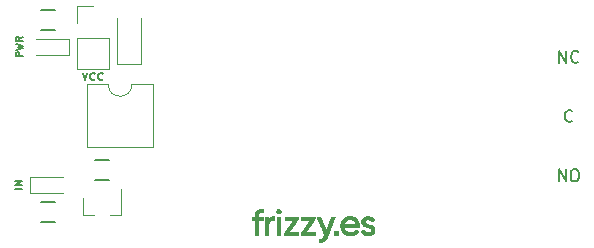
<source format=gto>
%TF.GenerationSoftware,KiCad,Pcbnew,4.0.7-e2-6376~58~ubuntu16.04.1*%
%TF.CreationDate,2018-01-20T15:27:38+01:00*%
%TF.ProjectId,RelayModule,52656C61794D6F64756C652E6B696361,rev?*%
%TF.FileFunction,Legend,Top*%
%FSLAX46Y46*%
G04 Gerber Fmt 4.6, Leading zero omitted, Abs format (unit mm)*
G04 Created by KiCad (PCBNEW 4.0.7-e2-6376~58~ubuntu16.04.1) date Sat Jan 20 15:27:38 2018*
%MOMM*%
%LPD*%
G01*
G04 APERTURE LIST*
%ADD10C,0.100000*%
%ADD11C,0.127000*%
%ADD12C,0.200000*%
%ADD13C,0.120000*%
%ADD14C,0.150000*%
%ADD15C,0.010000*%
G04 APERTURE END LIST*
D10*
D11*
X1477929Y-16697285D02*
X877929Y-16697285D01*
X1477929Y-16411571D02*
X877929Y-16411571D01*
X1477929Y-16068714D01*
X877929Y-16068714D01*
X1541429Y-5499000D02*
X941429Y-5499000D01*
X941429Y-5270428D01*
X970000Y-5213286D01*
X998571Y-5184714D01*
X1055714Y-5156143D01*
X1141429Y-5156143D01*
X1198571Y-5184714D01*
X1227143Y-5213286D01*
X1255714Y-5270428D01*
X1255714Y-5499000D01*
X941429Y-4956143D02*
X1541429Y-4813286D01*
X1112857Y-4699000D01*
X1541429Y-4584714D01*
X941429Y-4441857D01*
X1541429Y-3870429D02*
X1255714Y-4070429D01*
X1541429Y-4213286D02*
X941429Y-4213286D01*
X941429Y-3984714D01*
X970000Y-3927572D01*
X998571Y-3899000D01*
X1055714Y-3870429D01*
X1141429Y-3870429D01*
X1198571Y-3899000D01*
X1227143Y-3927572D01*
X1255714Y-3984714D01*
X1255714Y-4213286D01*
X6616810Y-6940571D02*
X6807286Y-7473905D01*
X6997762Y-6940571D01*
X7645381Y-7435810D02*
X7569191Y-7473905D01*
X7416810Y-7473905D01*
X7340619Y-7435810D01*
X7302524Y-7397714D01*
X7264429Y-7321524D01*
X7264429Y-7092952D01*
X7302524Y-7016762D01*
X7340619Y-6978667D01*
X7416810Y-6940571D01*
X7569191Y-6940571D01*
X7645381Y-6978667D01*
X8331095Y-7435810D02*
X8254905Y-7473905D01*
X8102524Y-7473905D01*
X8026333Y-7435810D01*
X7988238Y-7397714D01*
X7950143Y-7321524D01*
X7950143Y-7092952D01*
X7988238Y-7016762D01*
X8026333Y-6978667D01*
X8102524Y-6940571D01*
X8254905Y-6940571D01*
X8331095Y-6978667D01*
D12*
X46942476Y-16073381D02*
X46942476Y-15073381D01*
X47513905Y-16073381D01*
X47513905Y-15073381D01*
X48180571Y-15073381D02*
X48371048Y-15073381D01*
X48466286Y-15121000D01*
X48561524Y-15216238D01*
X48609143Y-15406714D01*
X48609143Y-15740048D01*
X48561524Y-15930524D01*
X48466286Y-16025762D01*
X48371048Y-16073381D01*
X48180571Y-16073381D01*
X48085333Y-16025762D01*
X47990095Y-15930524D01*
X47942476Y-15740048D01*
X47942476Y-15406714D01*
X47990095Y-15216238D01*
X48085333Y-15121000D01*
X48180571Y-15073381D01*
X46966286Y-6040381D02*
X46966286Y-5040381D01*
X47537715Y-6040381D01*
X47537715Y-5040381D01*
X48585334Y-5945143D02*
X48537715Y-5992762D01*
X48394858Y-6040381D01*
X48299620Y-6040381D01*
X48156762Y-5992762D01*
X48061524Y-5897524D01*
X48013905Y-5802286D01*
X47966286Y-5611810D01*
X47966286Y-5468952D01*
X48013905Y-5278476D01*
X48061524Y-5183238D01*
X48156762Y-5088000D01*
X48299620Y-5040381D01*
X48394858Y-5040381D01*
X48537715Y-5088000D01*
X48585334Y-5135619D01*
X48061524Y-10961643D02*
X48013905Y-11009262D01*
X47871048Y-11056881D01*
X47775810Y-11056881D01*
X47632952Y-11009262D01*
X47537714Y-10914024D01*
X47490095Y-10818786D01*
X47442476Y-10628310D01*
X47442476Y-10485452D01*
X47490095Y-10294976D01*
X47537714Y-10199738D01*
X47632952Y-10104500D01*
X47775810Y-10056881D01*
X47871048Y-10056881D01*
X48013905Y-10104500D01*
X48061524Y-10152119D01*
D13*
X5483000Y-5399000D02*
X5483000Y-3999000D01*
X5483000Y-3999000D02*
X2683000Y-3999000D01*
X5483000Y-5399000D02*
X2683000Y-5399000D01*
X2137000Y-15683000D02*
X2137000Y-17083000D01*
X2137000Y-17083000D02*
X4937000Y-17083000D01*
X2137000Y-15683000D02*
X4937000Y-15683000D01*
X9541000Y-6187000D02*
X11541000Y-6187000D01*
X11541000Y-6187000D02*
X11541000Y-2287000D01*
X9541000Y-6187000D02*
X9541000Y-2287000D01*
X6103000Y-3937000D02*
X6103000Y-6597000D01*
X6103000Y-6597000D02*
X8883000Y-6597000D01*
X8883000Y-6597000D02*
X8883000Y-3937000D01*
X8883000Y-3937000D02*
X6103000Y-3937000D01*
X6103000Y-2667000D02*
X6103000Y-1277000D01*
X6103000Y-1277000D02*
X7493000Y-1277000D01*
X6675000Y-18921000D02*
X7605000Y-18921000D01*
X9835000Y-18921000D02*
X8905000Y-18921000D01*
X9835000Y-18921000D02*
X9835000Y-16761000D01*
X6675000Y-18921000D02*
X6675000Y-17461000D01*
D14*
X3083000Y-1538000D02*
X4283000Y-1538000D01*
X4283000Y-3288000D02*
X3083000Y-3288000D01*
X3083000Y-17794000D02*
X4283000Y-17794000D01*
X4283000Y-19544000D02*
X3083000Y-19544000D01*
X8855000Y-15988000D02*
X7655000Y-15988000D01*
X7655000Y-14238000D02*
X8855000Y-14238000D01*
D13*
X10779000Y-7881000D02*
G75*
G02X8779000Y-7881000I-1000000J0D01*
G01*
X8779000Y-7881000D02*
X7009000Y-7881000D01*
X7009000Y-7881000D02*
X7009000Y-13201000D01*
X7009000Y-13201000D02*
X12549000Y-13201000D01*
X12549000Y-13201000D02*
X12549000Y-7881000D01*
X12549000Y-7881000D02*
X10779000Y-7881000D01*
D15*
G36*
X26717790Y-19110324D02*
X26727572Y-19140005D01*
X26732637Y-19157950D01*
X26742742Y-19177284D01*
X26752550Y-19189700D01*
X26766729Y-19208108D01*
X26769802Y-19215100D01*
X26774977Y-19233447D01*
X26789349Y-19270472D01*
X26811236Y-19321901D01*
X26817347Y-19335750D01*
X26831437Y-19368078D01*
X26840234Y-19389401D01*
X26841450Y-19392900D01*
X26847110Y-19407400D01*
X26859525Y-19436377D01*
X26865552Y-19450050D01*
X26892492Y-19511172D01*
X26909942Y-19551808D01*
X26917347Y-19570664D01*
X26917357Y-19570700D01*
X26923198Y-19585206D01*
X26935722Y-19614193D01*
X26941752Y-19627850D01*
X26969557Y-19690952D01*
X26986779Y-19731205D01*
X26993425Y-19748500D01*
X26999257Y-19762802D01*
X27012220Y-19792170D01*
X27021192Y-19812000D01*
X27045199Y-19866640D01*
X27058056Y-19901137D01*
X27060588Y-19917744D01*
X27060177Y-19918749D01*
X27065602Y-19930515D01*
X27081543Y-19950366D01*
X27095608Y-19969247D01*
X27095450Y-19977100D01*
X27094637Y-19984778D01*
X27105276Y-19999325D01*
X27121541Y-20020356D01*
X27126642Y-20030941D01*
X27134826Y-20059674D01*
X27154623Y-20108426D01*
X27169707Y-20142200D01*
X27184952Y-20176947D01*
X27194661Y-20201597D01*
X27196410Y-20207816D01*
X27202465Y-20223987D01*
X27214277Y-20220470D01*
X27228516Y-20201298D01*
X27241850Y-20170501D01*
X27248823Y-20144383D01*
X27256868Y-20118138D01*
X27261649Y-20106283D01*
X27270748Y-20085031D01*
X27273217Y-20078700D01*
X27279629Y-20061897D01*
X27291416Y-20032150D01*
X27304356Y-20000029D01*
X27313804Y-19977100D01*
X27322142Y-19956743D01*
X27324050Y-19951700D01*
X27330486Y-19935974D01*
X27335650Y-19924116D01*
X27345312Y-19896401D01*
X27347610Y-19886016D01*
X27356399Y-19860646D01*
X27362139Y-19850100D01*
X27374582Y-19820803D01*
X27377910Y-19806646D01*
X27386476Y-19778929D01*
X27392497Y-19768546D01*
X27402955Y-19748358D01*
X27415735Y-19714910D01*
X27419300Y-19704050D01*
X27431653Y-19669122D01*
X27442805Y-19644386D01*
X27445275Y-19640550D01*
X27454861Y-19624287D01*
X27455500Y-19621500D01*
X27456655Y-19614746D01*
X27460819Y-19601315D01*
X27469649Y-19576470D01*
X27484805Y-19535471D01*
X27497736Y-19500850D01*
X27512692Y-19460560D01*
X27523582Y-19430637D01*
X27527812Y-19418300D01*
X27533317Y-19402872D01*
X27544749Y-19373435D01*
X27558375Y-19339474D01*
X27567804Y-19316700D01*
X27575754Y-19296368D01*
X27577349Y-19291300D01*
X27582369Y-19277296D01*
X27594375Y-19245737D01*
X27611047Y-19202701D01*
X27616127Y-19189700D01*
X27633204Y-19144147D01*
X27645416Y-19107832D01*
X27650690Y-19087052D01*
X27650655Y-19084925D01*
X27661388Y-19081182D01*
X27692630Y-19078130D01*
X27739494Y-19076095D01*
X27793949Y-19075400D01*
X27852945Y-19076368D01*
X27900041Y-19079022D01*
X27930562Y-19082979D01*
X27940000Y-19087273D01*
X27935827Y-19107480D01*
X27928821Y-19128548D01*
X27919697Y-19154883D01*
X27916378Y-19167608D01*
X27910151Y-19184599D01*
X27896733Y-19212797D01*
X27895550Y-19215100D01*
X27881783Y-19243697D01*
X27874833Y-19261940D01*
X27874721Y-19262591D01*
X27869790Y-19280799D01*
X27861901Y-19304000D01*
X27849332Y-19338964D01*
X27843055Y-19358077D01*
X27840499Y-19369290D01*
X27840274Y-19370808D01*
X27833980Y-19387793D01*
X27820522Y-19416019D01*
X27819281Y-19418433D01*
X27808412Y-19443729D01*
X27807418Y-19456142D01*
X27808292Y-19456400D01*
X27807417Y-19464258D01*
X27793950Y-19481800D01*
X27780038Y-19500127D01*
X27779607Y-19507200D01*
X27780343Y-19516915D01*
X27770847Y-19540744D01*
X27768618Y-19545166D01*
X27755664Y-19571677D01*
X27750112Y-19585983D01*
X27750135Y-19586441D01*
X27746928Y-19599402D01*
X27737591Y-19626946D01*
X27725321Y-19660033D01*
X27715295Y-19685000D01*
X27707456Y-19705323D01*
X27705952Y-19710400D01*
X27699064Y-19725906D01*
X27697021Y-19729450D01*
X27689169Y-19747837D01*
X27676911Y-19781979D01*
X27666950Y-19812000D01*
X27653433Y-19852272D01*
X27642055Y-19883012D01*
X27636878Y-19894550D01*
X27628576Y-19911493D01*
X27627980Y-19913600D01*
X27622853Y-19928671D01*
X27612164Y-19956466D01*
X27611534Y-19958050D01*
X27597085Y-19995055D01*
X27590230Y-20015505D01*
X27588800Y-20026295D01*
X27589191Y-20029123D01*
X27583644Y-20044249D01*
X27576555Y-20054523D01*
X27564972Y-20076045D01*
X27550164Y-20112606D01*
X27539950Y-20142200D01*
X27526150Y-20182504D01*
X27514046Y-20213251D01*
X27508174Y-20224750D01*
X27498652Y-20244222D01*
X27486397Y-20277190D01*
X27482787Y-20288250D01*
X27471000Y-20323127D01*
X27461236Y-20347863D01*
X27459264Y-20351750D01*
X27449983Y-20374507D01*
X27449398Y-20377150D01*
X27443209Y-20396169D01*
X27430749Y-20427745D01*
X27426670Y-20437414D01*
X27413965Y-20468768D01*
X27407116Y-20488942D01*
X27406712Y-20491522D01*
X27401720Y-20506160D01*
X27389021Y-20533032D01*
X27387550Y-20535900D01*
X27373783Y-20564497D01*
X27366833Y-20582740D01*
X27366721Y-20583391D01*
X27361302Y-20602926D01*
X27349948Y-20635628D01*
X27336286Y-20671137D01*
X27334454Y-20675600D01*
X27325398Y-20700259D01*
X27323297Y-20707350D01*
X27316431Y-20726079D01*
X27303117Y-20757870D01*
X27297412Y-20770850D01*
X27283365Y-20803163D01*
X27274730Y-20824488D01*
X27273599Y-20828000D01*
X27266396Y-20841251D01*
X27249197Y-20868419D01*
X27234728Y-20890224D01*
X27210699Y-20926028D01*
X27191129Y-20955483D01*
X27184350Y-20965858D01*
X27161961Y-20995723D01*
X27132195Y-21029267D01*
X27100795Y-21060755D01*
X27073503Y-21084457D01*
X27056060Y-21094640D01*
X27055283Y-21094700D01*
X27039739Y-21101161D01*
X27038300Y-21105499D01*
X27027853Y-21115728D01*
X27000972Y-21132907D01*
X26964349Y-21153476D01*
X26924672Y-21173876D01*
X26888633Y-21190547D01*
X26862922Y-21199930D01*
X26859476Y-21200640D01*
X26834079Y-21208128D01*
X26828750Y-21210785D01*
X26810418Y-21214826D01*
X26774376Y-21218370D01*
X26728313Y-21220669D01*
X26726820Y-21220712D01*
X26637590Y-21223219D01*
X26638068Y-21102719D01*
X26638887Y-21050043D01*
X26640695Y-21007678D01*
X26643180Y-20981519D01*
X26644748Y-20976151D01*
X26659813Y-20971350D01*
X26692068Y-20965394D01*
X26720800Y-20961349D01*
X26762596Y-20954216D01*
X26794966Y-20945271D01*
X26806525Y-20939553D01*
X26820072Y-20932949D01*
X26822400Y-20935950D01*
X26830288Y-20936861D01*
X26842804Y-20928475D01*
X26871482Y-20908577D01*
X26889887Y-20898241D01*
X26913096Y-20879993D01*
X26940717Y-20849364D01*
X26952028Y-20834245D01*
X26978229Y-20794062D01*
X27006012Y-20747062D01*
X27032647Y-20698496D01*
X27055404Y-20653620D01*
X27071552Y-20617686D01*
X27078363Y-20595949D01*
X27077761Y-20592295D01*
X27069447Y-20576228D01*
X27069438Y-20576116D01*
X27064099Y-20561087D01*
X27050725Y-20530010D01*
X27033065Y-20491450D01*
X27014374Y-20450233D01*
X27000619Y-20417292D01*
X26995020Y-20400656D01*
X26985416Y-20378622D01*
X26978498Y-20368906D01*
X26965367Y-20349168D01*
X26962832Y-20342358D01*
X26953978Y-20312236D01*
X26933285Y-20261690D01*
X26919592Y-20231100D01*
X26904354Y-20196848D01*
X26894549Y-20173209D01*
X26892694Y-20167600D01*
X26885984Y-20152735D01*
X26879712Y-20142200D01*
X26868032Y-20118858D01*
X26865607Y-20110450D01*
X26859526Y-20092181D01*
X26846269Y-20060028D01*
X26837638Y-20040600D01*
X26799483Y-19956330D01*
X26766925Y-19883542D01*
X26741201Y-19825051D01*
X26723546Y-19783670D01*
X26715198Y-19762215D01*
X26714902Y-19761200D01*
X26709040Y-19747295D01*
X26695329Y-19717077D01*
X26677465Y-19678650D01*
X26658843Y-19637796D01*
X26645171Y-19605594D01*
X26639619Y-19589750D01*
X26631447Y-19568656D01*
X26625387Y-19558000D01*
X26614446Y-19538456D01*
X26612272Y-19532600D01*
X26606969Y-19518110D01*
X26594767Y-19489155D01*
X26588747Y-19475450D01*
X26563039Y-19417163D01*
X26546757Y-19379232D01*
X26538741Y-19358924D01*
X26537519Y-19354800D01*
X26530429Y-19339910D01*
X26524112Y-19329400D01*
X26512362Y-19306049D01*
X26509880Y-19297650D01*
X26503725Y-19280304D01*
X26489681Y-19247401D01*
X26472034Y-19208750D01*
X26453719Y-19168719D01*
X26440612Y-19138154D01*
X26435661Y-19124083D01*
X26427353Y-19108064D01*
X26425525Y-19106091D01*
X26417206Y-19093499D01*
X26423443Y-19084738D01*
X26446898Y-19079204D01*
X26490232Y-19076294D01*
X26556108Y-19075402D01*
X26560807Y-19075399D01*
X26705615Y-19075399D01*
X26717790Y-19110324D01*
X26717790Y-19110324D01*
G37*
X26717790Y-19110324D02*
X26727572Y-19140005D01*
X26732637Y-19157950D01*
X26742742Y-19177284D01*
X26752550Y-19189700D01*
X26766729Y-19208108D01*
X26769802Y-19215100D01*
X26774977Y-19233447D01*
X26789349Y-19270472D01*
X26811236Y-19321901D01*
X26817347Y-19335750D01*
X26831437Y-19368078D01*
X26840234Y-19389401D01*
X26841450Y-19392900D01*
X26847110Y-19407400D01*
X26859525Y-19436377D01*
X26865552Y-19450050D01*
X26892492Y-19511172D01*
X26909942Y-19551808D01*
X26917347Y-19570664D01*
X26917357Y-19570700D01*
X26923198Y-19585206D01*
X26935722Y-19614193D01*
X26941752Y-19627850D01*
X26969557Y-19690952D01*
X26986779Y-19731205D01*
X26993425Y-19748500D01*
X26999257Y-19762802D01*
X27012220Y-19792170D01*
X27021192Y-19812000D01*
X27045199Y-19866640D01*
X27058056Y-19901137D01*
X27060588Y-19917744D01*
X27060177Y-19918749D01*
X27065602Y-19930515D01*
X27081543Y-19950366D01*
X27095608Y-19969247D01*
X27095450Y-19977100D01*
X27094637Y-19984778D01*
X27105276Y-19999325D01*
X27121541Y-20020356D01*
X27126642Y-20030941D01*
X27134826Y-20059674D01*
X27154623Y-20108426D01*
X27169707Y-20142200D01*
X27184952Y-20176947D01*
X27194661Y-20201597D01*
X27196410Y-20207816D01*
X27202465Y-20223987D01*
X27214277Y-20220470D01*
X27228516Y-20201298D01*
X27241850Y-20170501D01*
X27248823Y-20144383D01*
X27256868Y-20118138D01*
X27261649Y-20106283D01*
X27270748Y-20085031D01*
X27273217Y-20078700D01*
X27279629Y-20061897D01*
X27291416Y-20032150D01*
X27304356Y-20000029D01*
X27313804Y-19977100D01*
X27322142Y-19956743D01*
X27324050Y-19951700D01*
X27330486Y-19935974D01*
X27335650Y-19924116D01*
X27345312Y-19896401D01*
X27347610Y-19886016D01*
X27356399Y-19860646D01*
X27362139Y-19850100D01*
X27374582Y-19820803D01*
X27377910Y-19806646D01*
X27386476Y-19778929D01*
X27392497Y-19768546D01*
X27402955Y-19748358D01*
X27415735Y-19714910D01*
X27419300Y-19704050D01*
X27431653Y-19669122D01*
X27442805Y-19644386D01*
X27445275Y-19640550D01*
X27454861Y-19624287D01*
X27455500Y-19621500D01*
X27456655Y-19614746D01*
X27460819Y-19601315D01*
X27469649Y-19576470D01*
X27484805Y-19535471D01*
X27497736Y-19500850D01*
X27512692Y-19460560D01*
X27523582Y-19430637D01*
X27527812Y-19418300D01*
X27533317Y-19402872D01*
X27544749Y-19373435D01*
X27558375Y-19339474D01*
X27567804Y-19316700D01*
X27575754Y-19296368D01*
X27577349Y-19291300D01*
X27582369Y-19277296D01*
X27594375Y-19245737D01*
X27611047Y-19202701D01*
X27616127Y-19189700D01*
X27633204Y-19144147D01*
X27645416Y-19107832D01*
X27650690Y-19087052D01*
X27650655Y-19084925D01*
X27661388Y-19081182D01*
X27692630Y-19078130D01*
X27739494Y-19076095D01*
X27793949Y-19075400D01*
X27852945Y-19076368D01*
X27900041Y-19079022D01*
X27930562Y-19082979D01*
X27940000Y-19087273D01*
X27935827Y-19107480D01*
X27928821Y-19128548D01*
X27919697Y-19154883D01*
X27916378Y-19167608D01*
X27910151Y-19184599D01*
X27896733Y-19212797D01*
X27895550Y-19215100D01*
X27881783Y-19243697D01*
X27874833Y-19261940D01*
X27874721Y-19262591D01*
X27869790Y-19280799D01*
X27861901Y-19304000D01*
X27849332Y-19338964D01*
X27843055Y-19358077D01*
X27840499Y-19369290D01*
X27840274Y-19370808D01*
X27833980Y-19387793D01*
X27820522Y-19416019D01*
X27819281Y-19418433D01*
X27808412Y-19443729D01*
X27807418Y-19456142D01*
X27808292Y-19456400D01*
X27807417Y-19464258D01*
X27793950Y-19481800D01*
X27780038Y-19500127D01*
X27779607Y-19507200D01*
X27780343Y-19516915D01*
X27770847Y-19540744D01*
X27768618Y-19545166D01*
X27755664Y-19571677D01*
X27750112Y-19585983D01*
X27750135Y-19586441D01*
X27746928Y-19599402D01*
X27737591Y-19626946D01*
X27725321Y-19660033D01*
X27715295Y-19685000D01*
X27707456Y-19705323D01*
X27705952Y-19710400D01*
X27699064Y-19725906D01*
X27697021Y-19729450D01*
X27689169Y-19747837D01*
X27676911Y-19781979D01*
X27666950Y-19812000D01*
X27653433Y-19852272D01*
X27642055Y-19883012D01*
X27636878Y-19894550D01*
X27628576Y-19911493D01*
X27627980Y-19913600D01*
X27622853Y-19928671D01*
X27612164Y-19956466D01*
X27611534Y-19958050D01*
X27597085Y-19995055D01*
X27590230Y-20015505D01*
X27588800Y-20026295D01*
X27589191Y-20029123D01*
X27583644Y-20044249D01*
X27576555Y-20054523D01*
X27564972Y-20076045D01*
X27550164Y-20112606D01*
X27539950Y-20142200D01*
X27526150Y-20182504D01*
X27514046Y-20213251D01*
X27508174Y-20224750D01*
X27498652Y-20244222D01*
X27486397Y-20277190D01*
X27482787Y-20288250D01*
X27471000Y-20323127D01*
X27461236Y-20347863D01*
X27459264Y-20351750D01*
X27449983Y-20374507D01*
X27449398Y-20377150D01*
X27443209Y-20396169D01*
X27430749Y-20427745D01*
X27426670Y-20437414D01*
X27413965Y-20468768D01*
X27407116Y-20488942D01*
X27406712Y-20491522D01*
X27401720Y-20506160D01*
X27389021Y-20533032D01*
X27387550Y-20535900D01*
X27373783Y-20564497D01*
X27366833Y-20582740D01*
X27366721Y-20583391D01*
X27361302Y-20602926D01*
X27349948Y-20635628D01*
X27336286Y-20671137D01*
X27334454Y-20675600D01*
X27325398Y-20700259D01*
X27323297Y-20707350D01*
X27316431Y-20726079D01*
X27303117Y-20757870D01*
X27297412Y-20770850D01*
X27283365Y-20803163D01*
X27274730Y-20824488D01*
X27273599Y-20828000D01*
X27266396Y-20841251D01*
X27249197Y-20868419D01*
X27234728Y-20890224D01*
X27210699Y-20926028D01*
X27191129Y-20955483D01*
X27184350Y-20965858D01*
X27161961Y-20995723D01*
X27132195Y-21029267D01*
X27100795Y-21060755D01*
X27073503Y-21084457D01*
X27056060Y-21094640D01*
X27055283Y-21094700D01*
X27039739Y-21101161D01*
X27038300Y-21105499D01*
X27027853Y-21115728D01*
X27000972Y-21132907D01*
X26964349Y-21153476D01*
X26924672Y-21173876D01*
X26888633Y-21190547D01*
X26862922Y-21199930D01*
X26859476Y-21200640D01*
X26834079Y-21208128D01*
X26828750Y-21210785D01*
X26810418Y-21214826D01*
X26774376Y-21218370D01*
X26728313Y-21220669D01*
X26726820Y-21220712D01*
X26637590Y-21223219D01*
X26638068Y-21102719D01*
X26638887Y-21050043D01*
X26640695Y-21007678D01*
X26643180Y-20981519D01*
X26644748Y-20976151D01*
X26659813Y-20971350D01*
X26692068Y-20965394D01*
X26720800Y-20961349D01*
X26762596Y-20954216D01*
X26794966Y-20945271D01*
X26806525Y-20939553D01*
X26820072Y-20932949D01*
X26822400Y-20935950D01*
X26830288Y-20936861D01*
X26842804Y-20928475D01*
X26871482Y-20908577D01*
X26889887Y-20898241D01*
X26913096Y-20879993D01*
X26940717Y-20849364D01*
X26952028Y-20834245D01*
X26978229Y-20794062D01*
X27006012Y-20747062D01*
X27032647Y-20698496D01*
X27055404Y-20653620D01*
X27071552Y-20617686D01*
X27078363Y-20595949D01*
X27077761Y-20592295D01*
X27069447Y-20576228D01*
X27069438Y-20576116D01*
X27064099Y-20561087D01*
X27050725Y-20530010D01*
X27033065Y-20491450D01*
X27014374Y-20450233D01*
X27000619Y-20417292D01*
X26995020Y-20400656D01*
X26985416Y-20378622D01*
X26978498Y-20368906D01*
X26965367Y-20349168D01*
X26962832Y-20342358D01*
X26953978Y-20312236D01*
X26933285Y-20261690D01*
X26919592Y-20231100D01*
X26904354Y-20196848D01*
X26894549Y-20173209D01*
X26892694Y-20167600D01*
X26885984Y-20152735D01*
X26879712Y-20142200D01*
X26868032Y-20118858D01*
X26865607Y-20110450D01*
X26859526Y-20092181D01*
X26846269Y-20060028D01*
X26837638Y-20040600D01*
X26799483Y-19956330D01*
X26766925Y-19883542D01*
X26741201Y-19825051D01*
X26723546Y-19783670D01*
X26715198Y-19762215D01*
X26714902Y-19761200D01*
X26709040Y-19747295D01*
X26695329Y-19717077D01*
X26677465Y-19678650D01*
X26658843Y-19637796D01*
X26645171Y-19605594D01*
X26639619Y-19589750D01*
X26631447Y-19568656D01*
X26625387Y-19558000D01*
X26614446Y-19538456D01*
X26612272Y-19532600D01*
X26606969Y-19518110D01*
X26594767Y-19489155D01*
X26588747Y-19475450D01*
X26563039Y-19417163D01*
X26546757Y-19379232D01*
X26538741Y-19358924D01*
X26537519Y-19354800D01*
X26530429Y-19339910D01*
X26524112Y-19329400D01*
X26512362Y-19306049D01*
X26509880Y-19297650D01*
X26503725Y-19280304D01*
X26489681Y-19247401D01*
X26472034Y-19208750D01*
X26453719Y-19168719D01*
X26440612Y-19138154D01*
X26435661Y-19124083D01*
X26427353Y-19108064D01*
X26425525Y-19106091D01*
X26417206Y-19093499D01*
X26423443Y-19084738D01*
X26446898Y-19079204D01*
X26490232Y-19076294D01*
X26556108Y-19075402D01*
X26560807Y-19075399D01*
X26705615Y-19075399D01*
X26717790Y-19110324D01*
G36*
X26898600Y-20885150D02*
X26892250Y-20891500D01*
X26885900Y-20885150D01*
X26892250Y-20878800D01*
X26898600Y-20885150D01*
X26898600Y-20885150D01*
G37*
X26898600Y-20885150D02*
X26892250Y-20891500D01*
X26885900Y-20885150D01*
X26892250Y-20878800D01*
X26898600Y-20885150D01*
G36*
X28121299Y-20264094D02*
X28150961Y-20270060D01*
X28175637Y-20284950D01*
X28205528Y-20312856D01*
X28208656Y-20315979D01*
X28239495Y-20349368D01*
X28255897Y-20377286D01*
X28262900Y-20410569D01*
X28264630Y-20436390D01*
X28261463Y-20498545D01*
X28242843Y-20548377D01*
X28204853Y-20595505D01*
X28196472Y-20603668D01*
X28151879Y-20631223D01*
X28095265Y-20646146D01*
X28036985Y-20647004D01*
X27987806Y-20632585D01*
X27951730Y-20611648D01*
X27923008Y-20592459D01*
X27906716Y-20578699D01*
X27906979Y-20574000D01*
X27908934Y-20566167D01*
X27900872Y-20553711D01*
X27881712Y-20515727D01*
X27872637Y-20466418D01*
X27873907Y-20415574D01*
X27885781Y-20372986D01*
X27895667Y-20357969D01*
X27908663Y-20339781D01*
X27907270Y-20332700D01*
X27909942Y-20326415D01*
X27929130Y-20310347D01*
X27946576Y-20297775D01*
X27981672Y-20276994D01*
X28016603Y-20266429D01*
X28062697Y-20263044D01*
X28076450Y-20262962D01*
X28121299Y-20264094D01*
X28121299Y-20264094D01*
G37*
X28121299Y-20264094D02*
X28150961Y-20270060D01*
X28175637Y-20284950D01*
X28205528Y-20312856D01*
X28208656Y-20315979D01*
X28239495Y-20349368D01*
X28255897Y-20377286D01*
X28262900Y-20410569D01*
X28264630Y-20436390D01*
X28261463Y-20498545D01*
X28242843Y-20548377D01*
X28204853Y-20595505D01*
X28196472Y-20603668D01*
X28151879Y-20631223D01*
X28095265Y-20646146D01*
X28036985Y-20647004D01*
X27987806Y-20632585D01*
X27951730Y-20611648D01*
X27923008Y-20592459D01*
X27906716Y-20578699D01*
X27906979Y-20574000D01*
X27908934Y-20566167D01*
X27900872Y-20553711D01*
X27881712Y-20515727D01*
X27872637Y-20466418D01*
X27873907Y-20415574D01*
X27885781Y-20372986D01*
X27895667Y-20357969D01*
X27908663Y-20339781D01*
X27907270Y-20332700D01*
X27909942Y-20326415D01*
X27929130Y-20310347D01*
X27946576Y-20297775D01*
X27981672Y-20276994D01*
X28016603Y-20266429D01*
X28062697Y-20263044D01*
X28076450Y-20262962D01*
X28121299Y-20264094D01*
G36*
X29313951Y-19043838D02*
X29394714Y-19050720D01*
X29466718Y-19066384D01*
X29538045Y-19092762D01*
X29616774Y-19131786D01*
X29641800Y-19145552D01*
X29663067Y-19161081D01*
X29694935Y-19188560D01*
X29732883Y-19223575D01*
X29772390Y-19261714D01*
X29808936Y-19298563D01*
X29838001Y-19329710D01*
X29855066Y-19350742D01*
X29857700Y-19356332D01*
X29864274Y-19372167D01*
X29880797Y-19400062D01*
X29888894Y-19412339D01*
X29913385Y-19455452D01*
X29939177Y-19511681D01*
X29961689Y-19570011D01*
X29976341Y-19619427D01*
X29977663Y-19625839D01*
X29982582Y-19647476D01*
X29985016Y-19653250D01*
X29989439Y-19664938D01*
X29993138Y-19695969D01*
X29995974Y-19740294D01*
X29997807Y-19791862D01*
X29998496Y-19844622D01*
X29997901Y-19892525D01*
X29995884Y-19929522D01*
X29992302Y-19949560D01*
X29991887Y-19950344D01*
X29980653Y-19953857D01*
X29950967Y-19956824D01*
X29901820Y-19959268D01*
X29832204Y-19961209D01*
X29741110Y-19962671D01*
X29627528Y-19963675D01*
X29490451Y-19964243D01*
X29348769Y-19964400D01*
X28714337Y-19964400D01*
X28721517Y-20005155D01*
X28730628Y-20038873D01*
X28742304Y-20062305D01*
X28750470Y-20076217D01*
X28748758Y-20078700D01*
X28746844Y-20087683D01*
X28757598Y-20111210D01*
X28777625Y-20144148D01*
X28803530Y-20181364D01*
X28831919Y-20217724D01*
X28859398Y-20248096D01*
X28863215Y-20251802D01*
X28893682Y-20275674D01*
X28936966Y-20303658D01*
X28984894Y-20331097D01*
X29029293Y-20353336D01*
X29061988Y-20365718D01*
X29063950Y-20366163D01*
X29086378Y-20370484D01*
X29102050Y-20373344D01*
X29129678Y-20381033D01*
X29140628Y-20386125D01*
X29159092Y-20389826D01*
X29195635Y-20392199D01*
X29242972Y-20393267D01*
X29293819Y-20393055D01*
X29340890Y-20391588D01*
X29376901Y-20388891D01*
X29394150Y-20385261D01*
X29416945Y-20377062D01*
X29430851Y-20374151D01*
X29471020Y-20362219D01*
X29519249Y-20340370D01*
X29563713Y-20314496D01*
X29587293Y-20296175D01*
X29609373Y-20277134D01*
X29623116Y-20269200D01*
X29623126Y-20269200D01*
X29637362Y-20261275D01*
X29649964Y-20250150D01*
X29662191Y-20235166D01*
X29661841Y-20231100D01*
X29664061Y-20222920D01*
X29679110Y-20203009D01*
X29680991Y-20200825D01*
X29701288Y-20180915D01*
X29719479Y-20178433D01*
X29744154Y-20188930D01*
X29771841Y-20204933D01*
X29787671Y-20218122D01*
X29787844Y-20218390D01*
X29802183Y-20229519D01*
X29832422Y-20247117D01*
X29864018Y-20263391D01*
X29902463Y-20283615D01*
X29920961Y-20300620D01*
X29920217Y-20320317D01*
X29900935Y-20348614D01*
X29877451Y-20375950D01*
X29856529Y-20402283D01*
X29845503Y-20421120D01*
X29845000Y-20423575D01*
X29834554Y-20432812D01*
X29823833Y-20434300D01*
X29809651Y-20437924D01*
X29810528Y-20442161D01*
X29809429Y-20455507D01*
X29795320Y-20472659D01*
X29776853Y-20484158D01*
X29771262Y-20485100D01*
X29753808Y-20493817D01*
X29743867Y-20503586D01*
X29724401Y-20518717D01*
X29689014Y-20539741D01*
X29644845Y-20563097D01*
X29599030Y-20585226D01*
X29558705Y-20602567D01*
X29531010Y-20611561D01*
X29526329Y-20612100D01*
X29503263Y-20617130D01*
X29497499Y-20620934D01*
X29487210Y-20627876D01*
X29469637Y-20633019D01*
X29440754Y-20636800D01*
X29396539Y-20639653D01*
X29332965Y-20642016D01*
X29292550Y-20643153D01*
X29226495Y-20643874D01*
X29163889Y-20642754D01*
X29112410Y-20640032D01*
X29083000Y-20636613D01*
X29024395Y-20625440D01*
X28984130Y-20616504D01*
X28955490Y-20607861D01*
X28931762Y-20597568D01*
X28912683Y-20587336D01*
X28883928Y-20573250D01*
X28865789Y-20568196D01*
X28863776Y-20568857D01*
X28852320Y-20565389D01*
X28841954Y-20555256D01*
X28821341Y-20539001D01*
X28810363Y-20535900D01*
X28790883Y-20527247D01*
X28771850Y-20510500D01*
X28749543Y-20491460D01*
X28733928Y-20485100D01*
X28718513Y-20476462D01*
X28691434Y-20453632D01*
X28658092Y-20421232D01*
X28652328Y-20415250D01*
X28622031Y-20382289D01*
X28601647Y-20357708D01*
X28594727Y-20345864D01*
X28595407Y-20345400D01*
X28593730Y-20337448D01*
X28578013Y-20317441D01*
X28568650Y-20307300D01*
X28548648Y-20284099D01*
X28541315Y-20270597D01*
X28542842Y-20269200D01*
X28544249Y-20261371D01*
X28534448Y-20246975D01*
X28514253Y-20216929D01*
X28503154Y-20188139D01*
X28502562Y-20180300D01*
X28497618Y-20165562D01*
X28487358Y-20144550D01*
X28473421Y-20113548D01*
X28467222Y-20093750D01*
X28461641Y-20068046D01*
X28453233Y-20030725D01*
X28450814Y-20020172D01*
X28445580Y-19982139D01*
X28442552Y-19927844D01*
X28441599Y-19863792D01*
X28442589Y-19796492D01*
X28445243Y-19735800D01*
X28713174Y-19735800D01*
X29222793Y-19735800D01*
X29349813Y-19735772D01*
X29453710Y-19735613D01*
X29536761Y-19735208D01*
X29601244Y-19734443D01*
X29649437Y-19733201D01*
X29683615Y-19731368D01*
X29706058Y-19728831D01*
X29719041Y-19725473D01*
X29724841Y-19721179D01*
X29725738Y-19715836D01*
X29724384Y-19710508D01*
X29715851Y-19678142D01*
X29710076Y-19650578D01*
X29700602Y-19618653D01*
X29690292Y-19599669D01*
X29682210Y-19585831D01*
X29683941Y-19583400D01*
X29684280Y-19574272D01*
X29672990Y-19550733D01*
X29653872Y-19518545D01*
X29630728Y-19483471D01*
X29607358Y-19451275D01*
X29587565Y-19427720D01*
X29575221Y-19418571D01*
X29559953Y-19410811D01*
X29536044Y-19392429D01*
X29535080Y-19391595D01*
X29512277Y-19374474D01*
X29498612Y-19369160D01*
X29498217Y-19369370D01*
X29485226Y-19365572D01*
X29468508Y-19353423D01*
X29445947Y-19338607D01*
X29416067Y-19324324D01*
X29386994Y-19313704D01*
X29366853Y-19309874D01*
X29362400Y-19312565D01*
X29354658Y-19312289D01*
X29346029Y-19306224D01*
X29326708Y-19300824D01*
X29289348Y-19297680D01*
X29241208Y-19296749D01*
X29189545Y-19297987D01*
X29141617Y-19301351D01*
X29104682Y-19306798D01*
X29100925Y-19307692D01*
X29029385Y-19328049D01*
X28980336Y-19347203D01*
X28950978Y-19366288D01*
X28947886Y-19369448D01*
X28927758Y-19387449D01*
X28916028Y-19392900D01*
X28895933Y-19402512D01*
X28867707Y-19427096D01*
X28836839Y-19460276D01*
X28808823Y-19495672D01*
X28789148Y-19526907D01*
X28783219Y-19547141D01*
X28776574Y-19561504D01*
X28760356Y-19582066D01*
X28745818Y-19600993D01*
X28744928Y-19608800D01*
X28746535Y-19618124D01*
X28739162Y-19635950D01*
X28726005Y-19669698D01*
X28718903Y-19699450D01*
X28713174Y-19735800D01*
X28445243Y-19735800D01*
X28445390Y-19732449D01*
X28449871Y-19678171D01*
X28455899Y-19640164D01*
X28458695Y-19631025D01*
X28466735Y-19606503D01*
X28466487Y-19596102D01*
X28466409Y-19596100D01*
X28467219Y-19586330D01*
X28477529Y-19562374D01*
X28479750Y-19558000D01*
X28490654Y-19532649D01*
X28491696Y-19520170D01*
X28490807Y-19519900D01*
X28491682Y-19512041D01*
X28505150Y-19494500D01*
X28518529Y-19476222D01*
X28517850Y-19469100D01*
X28517200Y-19461376D01*
X28528609Y-19445844D01*
X28542285Y-19426006D01*
X28543199Y-19416133D01*
X28546592Y-19404087D01*
X28562222Y-19386620D01*
X28581199Y-19365549D01*
X28587700Y-19351915D01*
X28596780Y-19334240D01*
X28620854Y-19305271D01*
X28655167Y-19269690D01*
X28694967Y-19232180D01*
X28735502Y-19197424D01*
X28772017Y-19170105D01*
X28772672Y-19169668D01*
X28833902Y-19132593D01*
X28896610Y-19100866D01*
X28952733Y-19078304D01*
X28982798Y-19070185D01*
X29005904Y-19065246D01*
X29013150Y-19062672D01*
X29025560Y-19056803D01*
X29061646Y-19051679D01*
X29119690Y-19047461D01*
X29197974Y-19044306D01*
X29216350Y-19043806D01*
X29313951Y-19043838D01*
X29313951Y-19043838D01*
G37*
X29313951Y-19043838D02*
X29394714Y-19050720D01*
X29466718Y-19066384D01*
X29538045Y-19092762D01*
X29616774Y-19131786D01*
X29641800Y-19145552D01*
X29663067Y-19161081D01*
X29694935Y-19188560D01*
X29732883Y-19223575D01*
X29772390Y-19261714D01*
X29808936Y-19298563D01*
X29838001Y-19329710D01*
X29855066Y-19350742D01*
X29857700Y-19356332D01*
X29864274Y-19372167D01*
X29880797Y-19400062D01*
X29888894Y-19412339D01*
X29913385Y-19455452D01*
X29939177Y-19511681D01*
X29961689Y-19570011D01*
X29976341Y-19619427D01*
X29977663Y-19625839D01*
X29982582Y-19647476D01*
X29985016Y-19653250D01*
X29989439Y-19664938D01*
X29993138Y-19695969D01*
X29995974Y-19740294D01*
X29997807Y-19791862D01*
X29998496Y-19844622D01*
X29997901Y-19892525D01*
X29995884Y-19929522D01*
X29992302Y-19949560D01*
X29991887Y-19950344D01*
X29980653Y-19953857D01*
X29950967Y-19956824D01*
X29901820Y-19959268D01*
X29832204Y-19961209D01*
X29741110Y-19962671D01*
X29627528Y-19963675D01*
X29490451Y-19964243D01*
X29348769Y-19964400D01*
X28714337Y-19964400D01*
X28721517Y-20005155D01*
X28730628Y-20038873D01*
X28742304Y-20062305D01*
X28750470Y-20076217D01*
X28748758Y-20078700D01*
X28746844Y-20087683D01*
X28757598Y-20111210D01*
X28777625Y-20144148D01*
X28803530Y-20181364D01*
X28831919Y-20217724D01*
X28859398Y-20248096D01*
X28863215Y-20251802D01*
X28893682Y-20275674D01*
X28936966Y-20303658D01*
X28984894Y-20331097D01*
X29029293Y-20353336D01*
X29061988Y-20365718D01*
X29063950Y-20366163D01*
X29086378Y-20370484D01*
X29102050Y-20373344D01*
X29129678Y-20381033D01*
X29140628Y-20386125D01*
X29159092Y-20389826D01*
X29195635Y-20392199D01*
X29242972Y-20393267D01*
X29293819Y-20393055D01*
X29340890Y-20391588D01*
X29376901Y-20388891D01*
X29394150Y-20385261D01*
X29416945Y-20377062D01*
X29430851Y-20374151D01*
X29471020Y-20362219D01*
X29519249Y-20340370D01*
X29563713Y-20314496D01*
X29587293Y-20296175D01*
X29609373Y-20277134D01*
X29623116Y-20269200D01*
X29623126Y-20269200D01*
X29637362Y-20261275D01*
X29649964Y-20250150D01*
X29662191Y-20235166D01*
X29661841Y-20231100D01*
X29664061Y-20222920D01*
X29679110Y-20203009D01*
X29680991Y-20200825D01*
X29701288Y-20180915D01*
X29719479Y-20178433D01*
X29744154Y-20188930D01*
X29771841Y-20204933D01*
X29787671Y-20218122D01*
X29787844Y-20218390D01*
X29802183Y-20229519D01*
X29832422Y-20247117D01*
X29864018Y-20263391D01*
X29902463Y-20283615D01*
X29920961Y-20300620D01*
X29920217Y-20320317D01*
X29900935Y-20348614D01*
X29877451Y-20375950D01*
X29856529Y-20402283D01*
X29845503Y-20421120D01*
X29845000Y-20423575D01*
X29834554Y-20432812D01*
X29823833Y-20434300D01*
X29809651Y-20437924D01*
X29810528Y-20442161D01*
X29809429Y-20455507D01*
X29795320Y-20472659D01*
X29776853Y-20484158D01*
X29771262Y-20485100D01*
X29753808Y-20493817D01*
X29743867Y-20503586D01*
X29724401Y-20518717D01*
X29689014Y-20539741D01*
X29644845Y-20563097D01*
X29599030Y-20585226D01*
X29558705Y-20602567D01*
X29531010Y-20611561D01*
X29526329Y-20612100D01*
X29503263Y-20617130D01*
X29497499Y-20620934D01*
X29487210Y-20627876D01*
X29469637Y-20633019D01*
X29440754Y-20636800D01*
X29396539Y-20639653D01*
X29332965Y-20642016D01*
X29292550Y-20643153D01*
X29226495Y-20643874D01*
X29163889Y-20642754D01*
X29112410Y-20640032D01*
X29083000Y-20636613D01*
X29024395Y-20625440D01*
X28984130Y-20616504D01*
X28955490Y-20607861D01*
X28931762Y-20597568D01*
X28912683Y-20587336D01*
X28883928Y-20573250D01*
X28865789Y-20568196D01*
X28863776Y-20568857D01*
X28852320Y-20565389D01*
X28841954Y-20555256D01*
X28821341Y-20539001D01*
X28810363Y-20535900D01*
X28790883Y-20527247D01*
X28771850Y-20510500D01*
X28749543Y-20491460D01*
X28733928Y-20485100D01*
X28718513Y-20476462D01*
X28691434Y-20453632D01*
X28658092Y-20421232D01*
X28652328Y-20415250D01*
X28622031Y-20382289D01*
X28601647Y-20357708D01*
X28594727Y-20345864D01*
X28595407Y-20345400D01*
X28593730Y-20337448D01*
X28578013Y-20317441D01*
X28568650Y-20307300D01*
X28548648Y-20284099D01*
X28541315Y-20270597D01*
X28542842Y-20269200D01*
X28544249Y-20261371D01*
X28534448Y-20246975D01*
X28514253Y-20216929D01*
X28503154Y-20188139D01*
X28502562Y-20180300D01*
X28497618Y-20165562D01*
X28487358Y-20144550D01*
X28473421Y-20113548D01*
X28467222Y-20093750D01*
X28461641Y-20068046D01*
X28453233Y-20030725D01*
X28450814Y-20020172D01*
X28445580Y-19982139D01*
X28442552Y-19927844D01*
X28441599Y-19863792D01*
X28442589Y-19796492D01*
X28445243Y-19735800D01*
X28713174Y-19735800D01*
X29222793Y-19735800D01*
X29349813Y-19735772D01*
X29453710Y-19735613D01*
X29536761Y-19735208D01*
X29601244Y-19734443D01*
X29649437Y-19733201D01*
X29683615Y-19731368D01*
X29706058Y-19728831D01*
X29719041Y-19725473D01*
X29724841Y-19721179D01*
X29725738Y-19715836D01*
X29724384Y-19710508D01*
X29715851Y-19678142D01*
X29710076Y-19650578D01*
X29700602Y-19618653D01*
X29690292Y-19599669D01*
X29682210Y-19585831D01*
X29683941Y-19583400D01*
X29684280Y-19574272D01*
X29672990Y-19550733D01*
X29653872Y-19518545D01*
X29630728Y-19483471D01*
X29607358Y-19451275D01*
X29587565Y-19427720D01*
X29575221Y-19418571D01*
X29559953Y-19410811D01*
X29536044Y-19392429D01*
X29535080Y-19391595D01*
X29512277Y-19374474D01*
X29498612Y-19369160D01*
X29498217Y-19369370D01*
X29485226Y-19365572D01*
X29468508Y-19353423D01*
X29445947Y-19338607D01*
X29416067Y-19324324D01*
X29386994Y-19313704D01*
X29366853Y-19309874D01*
X29362400Y-19312565D01*
X29354658Y-19312289D01*
X29346029Y-19306224D01*
X29326708Y-19300824D01*
X29289348Y-19297680D01*
X29241208Y-19296749D01*
X29189545Y-19297987D01*
X29141617Y-19301351D01*
X29104682Y-19306798D01*
X29100925Y-19307692D01*
X29029385Y-19328049D01*
X28980336Y-19347203D01*
X28950978Y-19366288D01*
X28947886Y-19369448D01*
X28927758Y-19387449D01*
X28916028Y-19392900D01*
X28895933Y-19402512D01*
X28867707Y-19427096D01*
X28836839Y-19460276D01*
X28808823Y-19495672D01*
X28789148Y-19526907D01*
X28783219Y-19547141D01*
X28776574Y-19561504D01*
X28760356Y-19582066D01*
X28745818Y-19600993D01*
X28744928Y-19608800D01*
X28746535Y-19618124D01*
X28739162Y-19635950D01*
X28726005Y-19669698D01*
X28718903Y-19699450D01*
X28713174Y-19735800D01*
X28445243Y-19735800D01*
X28445390Y-19732449D01*
X28449871Y-19678171D01*
X28455899Y-19640164D01*
X28458695Y-19631025D01*
X28466735Y-19606503D01*
X28466487Y-19596102D01*
X28466409Y-19596100D01*
X28467219Y-19586330D01*
X28477529Y-19562374D01*
X28479750Y-19558000D01*
X28490654Y-19532649D01*
X28491696Y-19520170D01*
X28490807Y-19519900D01*
X28491682Y-19512041D01*
X28505150Y-19494500D01*
X28518529Y-19476222D01*
X28517850Y-19469100D01*
X28517200Y-19461376D01*
X28528609Y-19445844D01*
X28542285Y-19426006D01*
X28543199Y-19416133D01*
X28546592Y-19404087D01*
X28562222Y-19386620D01*
X28581199Y-19365549D01*
X28587700Y-19351915D01*
X28596780Y-19334240D01*
X28620854Y-19305271D01*
X28655167Y-19269690D01*
X28694967Y-19232180D01*
X28735502Y-19197424D01*
X28772017Y-19170105D01*
X28772672Y-19169668D01*
X28833902Y-19132593D01*
X28896610Y-19100866D01*
X28952733Y-19078304D01*
X28982798Y-19070185D01*
X29005904Y-19065246D01*
X29013150Y-19062672D01*
X29025560Y-19056803D01*
X29061646Y-19051679D01*
X29119690Y-19047461D01*
X29197974Y-19044306D01*
X29216350Y-19043806D01*
X29313951Y-19043838D01*
G36*
X30848737Y-19048881D02*
X30967922Y-19074658D01*
X31073003Y-19121312D01*
X31164476Y-19189067D01*
X31242837Y-19278150D01*
X31248350Y-19285912D01*
X31275935Y-19329992D01*
X31285349Y-19357282D01*
X31276481Y-19367437D01*
X31274895Y-19367500D01*
X31253020Y-19376442D01*
X31241963Y-19386593D01*
X31222745Y-19401718D01*
X31188084Y-19422498D01*
X31148605Y-19442889D01*
X31095761Y-19464354D01*
X31060778Y-19469022D01*
X31042420Y-19456841D01*
X31038800Y-19438286D01*
X31028450Y-19416374D01*
X31001713Y-19388291D01*
X30965053Y-19358949D01*
X30924936Y-19333260D01*
X30887828Y-19316138D01*
X30873156Y-19312430D01*
X30847660Y-19305150D01*
X30841950Y-19302404D01*
X30814264Y-19295290D01*
X30770594Y-19292788D01*
X30719879Y-19294606D01*
X30671055Y-19300454D01*
X30635575Y-19309115D01*
X30603519Y-19319166D01*
X30584180Y-19322671D01*
X30581600Y-19321531D01*
X30573359Y-19325792D01*
X30551969Y-19343700D01*
X30527977Y-19365811D01*
X30497393Y-19396797D01*
X30481381Y-19421754D01*
X30475265Y-19451226D01*
X30474355Y-19486768D01*
X30476845Y-19532936D01*
X30486370Y-19564195D01*
X30505752Y-19590449D01*
X30534292Y-19616785D01*
X30561021Y-19634980D01*
X30562550Y-19635705D01*
X30590644Y-19650099D01*
X30625445Y-19669927D01*
X30629225Y-19672200D01*
X30655440Y-19686316D01*
X30669657Y-19690563D01*
X30670500Y-19689536D01*
X30678256Y-19689547D01*
X30687371Y-19695892D01*
X30713758Y-19709460D01*
X30731494Y-19714053D01*
X30757387Y-19721143D01*
X30767539Y-19727006D01*
X30786167Y-19734143D01*
X30803850Y-19735800D01*
X30830225Y-19739798D01*
X30840891Y-19745325D01*
X30857062Y-19754915D01*
X30858883Y-19755155D01*
X30881369Y-19759185D01*
X30918181Y-19768542D01*
X30959580Y-19780438D01*
X30995824Y-19792083D01*
X31016402Y-19800261D01*
X31044985Y-19810375D01*
X31057850Y-19812000D01*
X31090018Y-19821536D01*
X31131662Y-19847034D01*
X31177439Y-19883825D01*
X31222006Y-19927238D01*
X31260022Y-19972607D01*
X31282930Y-20008705D01*
X31311666Y-20089278D01*
X31322698Y-20180495D01*
X31316009Y-20274769D01*
X31291581Y-20364513D01*
X31283810Y-20382929D01*
X31266355Y-20412642D01*
X31239853Y-20448401D01*
X31209475Y-20484297D01*
X31180392Y-20514423D01*
X31157773Y-20532871D01*
X31149924Y-20535900D01*
X31133733Y-20543746D01*
X31113213Y-20560238D01*
X31082239Y-20581695D01*
X31057155Y-20592089D01*
X31022323Y-20602780D01*
X30991735Y-20614152D01*
X30959543Y-20626524D01*
X30937200Y-20633948D01*
X30915257Y-20636678D01*
X30874387Y-20639096D01*
X30821060Y-20641067D01*
X30761746Y-20642460D01*
X30702918Y-20643140D01*
X30651047Y-20642975D01*
X30612602Y-20641831D01*
X30600650Y-20640876D01*
X30566529Y-20635103D01*
X30543500Y-20628685D01*
X30515641Y-20619467D01*
X30507504Y-20617498D01*
X30480263Y-20608047D01*
X30441783Y-20590320D01*
X30400362Y-20568691D01*
X30364301Y-20547535D01*
X30341902Y-20531225D01*
X30340057Y-20529258D01*
X30319537Y-20513337D01*
X30309035Y-20510500D01*
X30291973Y-20501447D01*
X30266541Y-20478165D01*
X30237575Y-20446467D01*
X30209912Y-20412166D01*
X30188388Y-20381076D01*
X30177842Y-20359009D01*
X30178170Y-20353217D01*
X30173267Y-20341202D01*
X30159222Y-20323394D01*
X30144529Y-20304058D01*
X30148021Y-20289803D01*
X30162397Y-20275643D01*
X30180714Y-20262288D01*
X30187900Y-20263095D01*
X30195898Y-20263349D01*
X30215269Y-20249544D01*
X30216475Y-20248493D01*
X30248049Y-20225375D01*
X30287180Y-20202931D01*
X30326636Y-20184544D01*
X30359186Y-20173596D01*
X30377298Y-20173269D01*
X30390388Y-20191788D01*
X30391100Y-20197054D01*
X30399116Y-20215909D01*
X30418749Y-20242039D01*
X30422098Y-20245739D01*
X30440503Y-20269532D01*
X30446181Y-20285378D01*
X30445381Y-20286885D01*
X30448385Y-20293521D01*
X30457278Y-20294600D01*
X30481390Y-20303649D01*
X30492894Y-20313884D01*
X30516663Y-20333122D01*
X30552980Y-20353932D01*
X30590194Y-20370159D01*
X30609188Y-20375311D01*
X30634362Y-20382925D01*
X30638750Y-20385133D01*
X30658863Y-20389655D01*
X30695279Y-20392347D01*
X30740741Y-20393290D01*
X30787992Y-20392562D01*
X30829774Y-20390242D01*
X30858833Y-20386410D01*
X30867882Y-20382637D01*
X30885144Y-20372727D01*
X30903024Y-20369871D01*
X30946634Y-20358092D01*
X30990674Y-20329872D01*
X31025039Y-20291881D01*
X31027681Y-20287585D01*
X31040920Y-20254124D01*
X31048672Y-20213338D01*
X31050311Y-20173971D01*
X31045208Y-20144765D01*
X31038592Y-20135721D01*
X31030950Y-20120998D01*
X31032504Y-20116712D01*
X31026487Y-20104496D01*
X31003472Y-20084362D01*
X30969115Y-20059878D01*
X30929073Y-20034611D01*
X30889001Y-20012130D01*
X30854556Y-19996003D01*
X30831393Y-19989800D01*
X30831332Y-19989800D01*
X30815944Y-19985414D01*
X30788801Y-19974989D01*
X30761579Y-19964085D01*
X30746700Y-19958808D01*
X30722257Y-19952776D01*
X30685052Y-19942861D01*
X30644726Y-19931720D01*
X30610923Y-19922011D01*
X30594300Y-19916790D01*
X30566280Y-19908165D01*
X30558383Y-19906309D01*
X30532080Y-19898305D01*
X30520283Y-19893620D01*
X30490278Y-19883146D01*
X30479099Y-19880368D01*
X30429956Y-19861747D01*
X30375680Y-19827386D01*
X30321888Y-19782549D01*
X30274198Y-19732498D01*
X30238228Y-19682498D01*
X30219596Y-19637810D01*
X30219460Y-19637120D01*
X30214958Y-19618460D01*
X30213300Y-19615150D01*
X30208572Y-19603840D01*
X30203052Y-19575285D01*
X30198115Y-19537548D01*
X30195982Y-19513550D01*
X30200420Y-19431101D01*
X30223165Y-19345932D01*
X30227813Y-19334184D01*
X30238817Y-19305451D01*
X30243985Y-19287883D01*
X30253517Y-19272583D01*
X30276848Y-19245843D01*
X30308641Y-19212922D01*
X30343556Y-19179079D01*
X30376255Y-19149574D01*
X30401400Y-19129666D01*
X30409257Y-19125048D01*
X30439700Y-19109767D01*
X30454600Y-19100822D01*
X30482943Y-19085926D01*
X30523280Y-19069012D01*
X30563227Y-19055199D01*
X30568900Y-19053579D01*
X30589210Y-19050913D01*
X30628409Y-19047971D01*
X30679993Y-19045191D01*
X30714950Y-19043755D01*
X30848737Y-19048881D01*
X30848737Y-19048881D01*
G37*
X30848737Y-19048881D02*
X30967922Y-19074658D01*
X31073003Y-19121312D01*
X31164476Y-19189067D01*
X31242837Y-19278150D01*
X31248350Y-19285912D01*
X31275935Y-19329992D01*
X31285349Y-19357282D01*
X31276481Y-19367437D01*
X31274895Y-19367500D01*
X31253020Y-19376442D01*
X31241963Y-19386593D01*
X31222745Y-19401718D01*
X31188084Y-19422498D01*
X31148605Y-19442889D01*
X31095761Y-19464354D01*
X31060778Y-19469022D01*
X31042420Y-19456841D01*
X31038800Y-19438286D01*
X31028450Y-19416374D01*
X31001713Y-19388291D01*
X30965053Y-19358949D01*
X30924936Y-19333260D01*
X30887828Y-19316138D01*
X30873156Y-19312430D01*
X30847660Y-19305150D01*
X30841950Y-19302404D01*
X30814264Y-19295290D01*
X30770594Y-19292788D01*
X30719879Y-19294606D01*
X30671055Y-19300454D01*
X30635575Y-19309115D01*
X30603519Y-19319166D01*
X30584180Y-19322671D01*
X30581600Y-19321531D01*
X30573359Y-19325792D01*
X30551969Y-19343700D01*
X30527977Y-19365811D01*
X30497393Y-19396797D01*
X30481381Y-19421754D01*
X30475265Y-19451226D01*
X30474355Y-19486768D01*
X30476845Y-19532936D01*
X30486370Y-19564195D01*
X30505752Y-19590449D01*
X30534292Y-19616785D01*
X30561021Y-19634980D01*
X30562550Y-19635705D01*
X30590644Y-19650099D01*
X30625445Y-19669927D01*
X30629225Y-19672200D01*
X30655440Y-19686316D01*
X30669657Y-19690563D01*
X30670500Y-19689536D01*
X30678256Y-19689547D01*
X30687371Y-19695892D01*
X30713758Y-19709460D01*
X30731494Y-19714053D01*
X30757387Y-19721143D01*
X30767539Y-19727006D01*
X30786167Y-19734143D01*
X30803850Y-19735800D01*
X30830225Y-19739798D01*
X30840891Y-19745325D01*
X30857062Y-19754915D01*
X30858883Y-19755155D01*
X30881369Y-19759185D01*
X30918181Y-19768542D01*
X30959580Y-19780438D01*
X30995824Y-19792083D01*
X31016402Y-19800261D01*
X31044985Y-19810375D01*
X31057850Y-19812000D01*
X31090018Y-19821536D01*
X31131662Y-19847034D01*
X31177439Y-19883825D01*
X31222006Y-19927238D01*
X31260022Y-19972607D01*
X31282930Y-20008705D01*
X31311666Y-20089278D01*
X31322698Y-20180495D01*
X31316009Y-20274769D01*
X31291581Y-20364513D01*
X31283810Y-20382929D01*
X31266355Y-20412642D01*
X31239853Y-20448401D01*
X31209475Y-20484297D01*
X31180392Y-20514423D01*
X31157773Y-20532871D01*
X31149924Y-20535900D01*
X31133733Y-20543746D01*
X31113213Y-20560238D01*
X31082239Y-20581695D01*
X31057155Y-20592089D01*
X31022323Y-20602780D01*
X30991735Y-20614152D01*
X30959543Y-20626524D01*
X30937200Y-20633948D01*
X30915257Y-20636678D01*
X30874387Y-20639096D01*
X30821060Y-20641067D01*
X30761746Y-20642460D01*
X30702918Y-20643140D01*
X30651047Y-20642975D01*
X30612602Y-20641831D01*
X30600650Y-20640876D01*
X30566529Y-20635103D01*
X30543500Y-20628685D01*
X30515641Y-20619467D01*
X30507504Y-20617498D01*
X30480263Y-20608047D01*
X30441783Y-20590320D01*
X30400362Y-20568691D01*
X30364301Y-20547535D01*
X30341902Y-20531225D01*
X30340057Y-20529258D01*
X30319537Y-20513337D01*
X30309035Y-20510500D01*
X30291973Y-20501447D01*
X30266541Y-20478165D01*
X30237575Y-20446467D01*
X30209912Y-20412166D01*
X30188388Y-20381076D01*
X30177842Y-20359009D01*
X30178170Y-20353217D01*
X30173267Y-20341202D01*
X30159222Y-20323394D01*
X30144529Y-20304058D01*
X30148021Y-20289803D01*
X30162397Y-20275643D01*
X30180714Y-20262288D01*
X30187900Y-20263095D01*
X30195898Y-20263349D01*
X30215269Y-20249544D01*
X30216475Y-20248493D01*
X30248049Y-20225375D01*
X30287180Y-20202931D01*
X30326636Y-20184544D01*
X30359186Y-20173596D01*
X30377298Y-20173269D01*
X30390388Y-20191788D01*
X30391100Y-20197054D01*
X30399116Y-20215909D01*
X30418749Y-20242039D01*
X30422098Y-20245739D01*
X30440503Y-20269532D01*
X30446181Y-20285378D01*
X30445381Y-20286885D01*
X30448385Y-20293521D01*
X30457278Y-20294600D01*
X30481390Y-20303649D01*
X30492894Y-20313884D01*
X30516663Y-20333122D01*
X30552980Y-20353932D01*
X30590194Y-20370159D01*
X30609188Y-20375311D01*
X30634362Y-20382925D01*
X30638750Y-20385133D01*
X30658863Y-20389655D01*
X30695279Y-20392347D01*
X30740741Y-20393290D01*
X30787992Y-20392562D01*
X30829774Y-20390242D01*
X30858833Y-20386410D01*
X30867882Y-20382637D01*
X30885144Y-20372727D01*
X30903024Y-20369871D01*
X30946634Y-20358092D01*
X30990674Y-20329872D01*
X31025039Y-20291881D01*
X31027681Y-20287585D01*
X31040920Y-20254124D01*
X31048672Y-20213338D01*
X31050311Y-20173971D01*
X31045208Y-20144765D01*
X31038592Y-20135721D01*
X31030950Y-20120998D01*
X31032504Y-20116712D01*
X31026487Y-20104496D01*
X31003472Y-20084362D01*
X30969115Y-20059878D01*
X30929073Y-20034611D01*
X30889001Y-20012130D01*
X30854556Y-19996003D01*
X30831393Y-19989800D01*
X30831332Y-19989800D01*
X30815944Y-19985414D01*
X30788801Y-19974989D01*
X30761579Y-19964085D01*
X30746700Y-19958808D01*
X30722257Y-19952776D01*
X30685052Y-19942861D01*
X30644726Y-19931720D01*
X30610923Y-19922011D01*
X30594300Y-19916790D01*
X30566280Y-19908165D01*
X30558383Y-19906309D01*
X30532080Y-19898305D01*
X30520283Y-19893620D01*
X30490278Y-19883146D01*
X30479099Y-19880368D01*
X30429956Y-19861747D01*
X30375680Y-19827386D01*
X30321888Y-19782549D01*
X30274198Y-19732498D01*
X30238228Y-19682498D01*
X30219596Y-19637810D01*
X30219460Y-19637120D01*
X30214958Y-19618460D01*
X30213300Y-19615150D01*
X30208572Y-19603840D01*
X30203052Y-19575285D01*
X30198115Y-19537548D01*
X30195982Y-19513550D01*
X30200420Y-19431101D01*
X30223165Y-19345932D01*
X30227813Y-19334184D01*
X30238817Y-19305451D01*
X30243985Y-19287883D01*
X30253517Y-19272583D01*
X30276848Y-19245843D01*
X30308641Y-19212922D01*
X30343556Y-19179079D01*
X30376255Y-19149574D01*
X30401400Y-19129666D01*
X30409257Y-19125048D01*
X30439700Y-19109767D01*
X30454600Y-19100822D01*
X30482943Y-19085926D01*
X30523280Y-19069012D01*
X30563227Y-19055199D01*
X30568900Y-19053579D01*
X30589210Y-19050913D01*
X30628409Y-19047971D01*
X30679993Y-19045191D01*
X30714950Y-19043755D01*
X30848737Y-19048881D01*
G36*
X21857588Y-18681700D02*
X21780944Y-18683287D01*
X21730176Y-18684854D01*
X21698393Y-18687409D01*
X21679184Y-18691608D01*
X21672550Y-18694400D01*
X21655587Y-18700208D01*
X21653500Y-18700750D01*
X21635613Y-18706558D01*
X21634450Y-18707100D01*
X21617291Y-18711564D01*
X21615110Y-18711862D01*
X21599736Y-18721048D01*
X21573060Y-18743270D01*
X21547237Y-18767536D01*
X21501602Y-18823568D01*
X21473001Y-18887493D01*
X21459063Y-18965484D01*
X21457053Y-19002375D01*
X21455052Y-19075400D01*
X21856700Y-19075400D01*
X21856700Y-19328755D01*
X21656675Y-19332252D01*
X21456650Y-19335750D01*
X21456776Y-20612100D01*
X21183600Y-20612100D01*
X21183600Y-19329400D01*
X20942300Y-19329400D01*
X20942300Y-19075400D01*
X21180019Y-19075400D01*
X21187477Y-18970625D01*
X21193231Y-18900198D01*
X21199970Y-18847583D01*
X21209386Y-18805201D01*
X21223171Y-18765473D01*
X21243020Y-18720822D01*
X21243503Y-18719800D01*
X21265169Y-18682011D01*
X21295559Y-18639007D01*
X21330272Y-18595890D01*
X21364906Y-18557765D01*
X21395059Y-18529734D01*
X21416331Y-18516902D01*
X21418751Y-18516600D01*
X21438906Y-18508457D01*
X21448395Y-18500725D01*
X21466600Y-18486443D01*
X21473160Y-18483785D01*
X21489951Y-18478367D01*
X21518469Y-18466696D01*
X21520150Y-18465959D01*
X21552742Y-18452960D01*
X21577300Y-18445353D01*
X21636948Y-18435674D01*
X21706880Y-18427694D01*
X21771979Y-18423055D01*
X21786850Y-18422587D01*
X21850350Y-18421350D01*
X21857588Y-18681700D01*
X21857588Y-18681700D01*
G37*
X21857588Y-18681700D02*
X21780944Y-18683287D01*
X21730176Y-18684854D01*
X21698393Y-18687409D01*
X21679184Y-18691608D01*
X21672550Y-18694400D01*
X21655587Y-18700208D01*
X21653500Y-18700750D01*
X21635613Y-18706558D01*
X21634450Y-18707100D01*
X21617291Y-18711564D01*
X21615110Y-18711862D01*
X21599736Y-18721048D01*
X21573060Y-18743270D01*
X21547237Y-18767536D01*
X21501602Y-18823568D01*
X21473001Y-18887493D01*
X21459063Y-18965484D01*
X21457053Y-19002375D01*
X21455052Y-19075400D01*
X21856700Y-19075400D01*
X21856700Y-19328755D01*
X21656675Y-19332252D01*
X21456650Y-19335750D01*
X21456776Y-20612100D01*
X21183600Y-20612100D01*
X21183600Y-19329400D01*
X20942300Y-19329400D01*
X20942300Y-19075400D01*
X21180019Y-19075400D01*
X21187477Y-18970625D01*
X21193231Y-18900198D01*
X21199970Y-18847583D01*
X21209386Y-18805201D01*
X21223171Y-18765473D01*
X21243020Y-18720822D01*
X21243503Y-18719800D01*
X21265169Y-18682011D01*
X21295559Y-18639007D01*
X21330272Y-18595890D01*
X21364906Y-18557765D01*
X21395059Y-18529734D01*
X21416331Y-18516902D01*
X21418751Y-18516600D01*
X21438906Y-18508457D01*
X21448395Y-18500725D01*
X21466600Y-18486443D01*
X21473160Y-18483785D01*
X21489951Y-18478367D01*
X21518469Y-18466696D01*
X21520150Y-18465959D01*
X21552742Y-18452960D01*
X21577300Y-18445353D01*
X21636948Y-18435674D01*
X21706880Y-18427694D01*
X21771979Y-18423055D01*
X21786850Y-18422587D01*
X21850350Y-18421350D01*
X21857588Y-18681700D01*
G36*
X22803013Y-19181638D02*
X22802254Y-19237203D01*
X22800545Y-19282714D01*
X22798161Y-19312575D01*
X22796117Y-19321316D01*
X22780757Y-19326327D01*
X22748738Y-19331948D01*
X22726402Y-19334778D01*
X22677558Y-19340727D01*
X22643907Y-19346846D01*
X22615329Y-19355407D01*
X22589298Y-19365548D01*
X22562520Y-19375901D01*
X22548394Y-19380200D01*
X22536053Y-19386909D01*
X22509631Y-19404213D01*
X22485399Y-19420971D01*
X22451589Y-19449446D01*
X22418529Y-19484750D01*
X22391642Y-19520171D01*
X22376353Y-19548992D01*
X22374702Y-19558000D01*
X22369572Y-19573058D01*
X22362404Y-19587688D01*
X22350231Y-19618544D01*
X22343397Y-19644838D01*
X22336892Y-19677661D01*
X22332712Y-19697700D01*
X22331714Y-19714473D01*
X22330747Y-19753618D01*
X22329845Y-19812106D01*
X22329039Y-19886908D01*
X22328365Y-19974996D01*
X22327855Y-20073342D01*
X22327571Y-20164425D01*
X22326600Y-20612100D01*
X22059900Y-20612100D01*
X22059900Y-19075400D01*
X22326600Y-19075400D01*
X22326600Y-19196799D01*
X22327855Y-19258231D01*
X22331549Y-19296482D01*
X22337575Y-19310612D01*
X22339507Y-19310221D01*
X22347764Y-19296464D01*
X22346536Y-19292734D01*
X22350417Y-19278195D01*
X22367501Y-19254461D01*
X22372243Y-19249162D01*
X22390727Y-19227251D01*
X22396938Y-19215653D01*
X22396056Y-19215099D01*
X22396282Y-19209092D01*
X22415456Y-19190549D01*
X22454427Y-19158688D01*
X22472963Y-19144198D01*
X22533181Y-19107848D01*
X22608098Y-19077784D01*
X22687149Y-19057679D01*
X22739648Y-19051480D01*
X22803447Y-19048422D01*
X22803013Y-19181638D01*
X22803013Y-19181638D01*
G37*
X22803013Y-19181638D02*
X22802254Y-19237203D01*
X22800545Y-19282714D01*
X22798161Y-19312575D01*
X22796117Y-19321316D01*
X22780757Y-19326327D01*
X22748738Y-19331948D01*
X22726402Y-19334778D01*
X22677558Y-19340727D01*
X22643907Y-19346846D01*
X22615329Y-19355407D01*
X22589298Y-19365548D01*
X22562520Y-19375901D01*
X22548394Y-19380200D01*
X22536053Y-19386909D01*
X22509631Y-19404213D01*
X22485399Y-19420971D01*
X22451589Y-19449446D01*
X22418529Y-19484750D01*
X22391642Y-19520171D01*
X22376353Y-19548992D01*
X22374702Y-19558000D01*
X22369572Y-19573058D01*
X22362404Y-19587688D01*
X22350231Y-19618544D01*
X22343397Y-19644838D01*
X22336892Y-19677661D01*
X22332712Y-19697700D01*
X22331714Y-19714473D01*
X22330747Y-19753618D01*
X22329845Y-19812106D01*
X22329039Y-19886908D01*
X22328365Y-19974996D01*
X22327855Y-20073342D01*
X22327571Y-20164425D01*
X22326600Y-20612100D01*
X22059900Y-20612100D01*
X22059900Y-19075400D01*
X22326600Y-19075400D01*
X22326600Y-19196799D01*
X22327855Y-19258231D01*
X22331549Y-19296482D01*
X22337575Y-19310612D01*
X22339507Y-19310221D01*
X22347764Y-19296464D01*
X22346536Y-19292734D01*
X22350417Y-19278195D01*
X22367501Y-19254461D01*
X22372243Y-19249162D01*
X22390727Y-19227251D01*
X22396938Y-19215653D01*
X22396056Y-19215099D01*
X22396282Y-19209092D01*
X22415456Y-19190549D01*
X22454427Y-19158688D01*
X22472963Y-19144198D01*
X22533181Y-19107848D01*
X22608098Y-19077784D01*
X22687149Y-19057679D01*
X22739648Y-19051480D01*
X22803447Y-19048422D01*
X22803013Y-19181638D01*
G36*
X23329900Y-20612100D02*
X23056797Y-20612100D01*
X23056797Y-19075400D01*
X23329900Y-19075400D01*
X23329900Y-20612100D01*
X23329900Y-20612100D01*
G37*
X23329900Y-20612100D02*
X23056797Y-20612100D01*
X23056797Y-19075400D01*
X23329900Y-19075400D01*
X23329900Y-20612100D01*
G36*
X24841200Y-19164472D02*
X24838390Y-19225906D01*
X24828053Y-19271623D01*
X24807330Y-19310875D01*
X24788236Y-19335750D01*
X24769512Y-19359956D01*
X24740657Y-19399293D01*
X24705845Y-19447904D01*
X24669250Y-19499932D01*
X24635048Y-19549519D01*
X24619962Y-19571846D01*
X24595554Y-19605892D01*
X24572929Y-19633680D01*
X24568363Y-19638521D01*
X24555385Y-19654493D01*
X24555858Y-19659600D01*
X24553465Y-19667992D01*
X24537791Y-19689366D01*
X24525015Y-19704491D01*
X24501679Y-19732871D01*
X24487540Y-19753536D01*
X24485600Y-19758596D01*
X24477732Y-19773094D01*
X24458310Y-19797130D01*
X24453336Y-19802604D01*
X24434924Y-19824755D01*
X24429124Y-19836717D01*
X24430312Y-19837400D01*
X24428319Y-19845362D01*
X24412400Y-19865393D01*
X24403050Y-19875500D01*
X24382744Y-19898737D01*
X24374744Y-19912228D01*
X24375917Y-19913600D01*
X24373888Y-19921692D01*
X24358030Y-19942196D01*
X24346602Y-19954875D01*
X24323005Y-19983027D01*
X24309274Y-20005164D01*
X24307858Y-20010469D01*
X24298964Y-20029615D01*
X24287497Y-20041639D01*
X24270855Y-20059956D01*
X24245401Y-20092996D01*
X24216158Y-20134182D01*
X24211105Y-20141619D01*
X24176838Y-20191417D01*
X24141034Y-20241890D01*
X24111601Y-20281900D01*
X24087698Y-20314747D01*
X24071571Y-20339541D01*
X24067343Y-20348575D01*
X24079329Y-20350895D01*
X24113707Y-20353011D01*
X24167469Y-20354852D01*
X24237607Y-20356346D01*
X24321113Y-20357423D01*
X24414980Y-20358010D01*
X24470051Y-20358100D01*
X24873603Y-20358100D01*
X24873114Y-20481925D01*
X24872624Y-20605750D01*
X24281824Y-20609048D01*
X23691023Y-20612347D01*
X23691865Y-20520148D01*
X23695568Y-20457401D01*
X23707967Y-20408862D01*
X23733005Y-20364618D01*
X23772739Y-20316825D01*
X23790426Y-20294603D01*
X23795017Y-20282591D01*
X23793450Y-20281900D01*
X23793680Y-20273852D01*
X23808014Y-20253841D01*
X23814026Y-20246975D01*
X23842107Y-20212795D01*
X23871300Y-20172648D01*
X23876727Y-20164511D01*
X23897392Y-20135804D01*
X23913335Y-20118839D01*
X23917275Y-20116886D01*
X23926400Y-20106902D01*
X23926800Y-20102933D01*
X23932512Y-20086709D01*
X23950769Y-20058476D01*
X23983248Y-20015850D01*
X24020190Y-19970283D01*
X24039884Y-19944254D01*
X24048441Y-19928475D01*
X24047450Y-19926300D01*
X24049209Y-19917713D01*
X24063921Y-19895948D01*
X24074709Y-19882316D01*
X24119648Y-19826596D01*
X24149035Y-19787155D01*
X24164549Y-19761612D01*
X24168100Y-19749666D01*
X24174900Y-19736319D01*
X24177625Y-19735713D01*
X24189701Y-19725963D01*
X24209055Y-19701470D01*
X24218172Y-19688088D01*
X24245985Y-19648757D01*
X24275349Y-19611890D01*
X24280873Y-19605625D01*
X24298487Y-19583386D01*
X24303013Y-19571382D01*
X24301450Y-19570700D01*
X24301680Y-19562652D01*
X24316014Y-19542641D01*
X24322026Y-19535775D01*
X24350107Y-19501595D01*
X24379300Y-19461448D01*
X24384727Y-19453311D01*
X24405392Y-19424604D01*
X24421335Y-19407639D01*
X24425275Y-19405686D01*
X24434272Y-19395599D01*
X24434800Y-19390725D01*
X24442655Y-19370468D01*
X24455818Y-19352625D01*
X24460918Y-19345995D01*
X24461168Y-19340763D01*
X24454036Y-19336763D01*
X24436993Y-19333831D01*
X24407508Y-19331802D01*
X24363051Y-19330509D01*
X24301092Y-19329788D01*
X24219100Y-19329473D01*
X24114545Y-19329400D01*
X23723600Y-19329400D01*
X23723600Y-19075400D01*
X24841200Y-19075400D01*
X24841200Y-19164472D01*
X24841200Y-19164472D01*
G37*
X24841200Y-19164472D02*
X24838390Y-19225906D01*
X24828053Y-19271623D01*
X24807330Y-19310875D01*
X24788236Y-19335750D01*
X24769512Y-19359956D01*
X24740657Y-19399293D01*
X24705845Y-19447904D01*
X24669250Y-19499932D01*
X24635048Y-19549519D01*
X24619962Y-19571846D01*
X24595554Y-19605892D01*
X24572929Y-19633680D01*
X24568363Y-19638521D01*
X24555385Y-19654493D01*
X24555858Y-19659600D01*
X24553465Y-19667992D01*
X24537791Y-19689366D01*
X24525015Y-19704491D01*
X24501679Y-19732871D01*
X24487540Y-19753536D01*
X24485600Y-19758596D01*
X24477732Y-19773094D01*
X24458310Y-19797130D01*
X24453336Y-19802604D01*
X24434924Y-19824755D01*
X24429124Y-19836717D01*
X24430312Y-19837400D01*
X24428319Y-19845362D01*
X24412400Y-19865393D01*
X24403050Y-19875500D01*
X24382744Y-19898737D01*
X24374744Y-19912228D01*
X24375917Y-19913600D01*
X24373888Y-19921692D01*
X24358030Y-19942196D01*
X24346602Y-19954875D01*
X24323005Y-19983027D01*
X24309274Y-20005164D01*
X24307858Y-20010469D01*
X24298964Y-20029615D01*
X24287497Y-20041639D01*
X24270855Y-20059956D01*
X24245401Y-20092996D01*
X24216158Y-20134182D01*
X24211105Y-20141619D01*
X24176838Y-20191417D01*
X24141034Y-20241890D01*
X24111601Y-20281900D01*
X24087698Y-20314747D01*
X24071571Y-20339541D01*
X24067343Y-20348575D01*
X24079329Y-20350895D01*
X24113707Y-20353011D01*
X24167469Y-20354852D01*
X24237607Y-20356346D01*
X24321113Y-20357423D01*
X24414980Y-20358010D01*
X24470051Y-20358100D01*
X24873603Y-20358100D01*
X24873114Y-20481925D01*
X24872624Y-20605750D01*
X24281824Y-20609048D01*
X23691023Y-20612347D01*
X23691865Y-20520148D01*
X23695568Y-20457401D01*
X23707967Y-20408862D01*
X23733005Y-20364618D01*
X23772739Y-20316825D01*
X23790426Y-20294603D01*
X23795017Y-20282591D01*
X23793450Y-20281900D01*
X23793680Y-20273852D01*
X23808014Y-20253841D01*
X23814026Y-20246975D01*
X23842107Y-20212795D01*
X23871300Y-20172648D01*
X23876727Y-20164511D01*
X23897392Y-20135804D01*
X23913335Y-20118839D01*
X23917275Y-20116886D01*
X23926400Y-20106902D01*
X23926800Y-20102933D01*
X23932512Y-20086709D01*
X23950769Y-20058476D01*
X23983248Y-20015850D01*
X24020190Y-19970283D01*
X24039884Y-19944254D01*
X24048441Y-19928475D01*
X24047450Y-19926300D01*
X24049209Y-19917713D01*
X24063921Y-19895948D01*
X24074709Y-19882316D01*
X24119648Y-19826596D01*
X24149035Y-19787155D01*
X24164549Y-19761612D01*
X24168100Y-19749666D01*
X24174900Y-19736319D01*
X24177625Y-19735713D01*
X24189701Y-19725963D01*
X24209055Y-19701470D01*
X24218172Y-19688088D01*
X24245985Y-19648757D01*
X24275349Y-19611890D01*
X24280873Y-19605625D01*
X24298487Y-19583386D01*
X24303013Y-19571382D01*
X24301450Y-19570700D01*
X24301680Y-19562652D01*
X24316014Y-19542641D01*
X24322026Y-19535775D01*
X24350107Y-19501595D01*
X24379300Y-19461448D01*
X24384727Y-19453311D01*
X24405392Y-19424604D01*
X24421335Y-19407639D01*
X24425275Y-19405686D01*
X24434272Y-19395599D01*
X24434800Y-19390725D01*
X24442655Y-19370468D01*
X24455818Y-19352625D01*
X24460918Y-19345995D01*
X24461168Y-19340763D01*
X24454036Y-19336763D01*
X24436993Y-19333831D01*
X24407508Y-19331802D01*
X24363051Y-19330509D01*
X24301092Y-19329788D01*
X24219100Y-19329473D01*
X24114545Y-19329400D01*
X23723600Y-19329400D01*
X23723600Y-19075400D01*
X24841200Y-19075400D01*
X24841200Y-19164472D01*
G36*
X26250900Y-19166160D02*
X26249633Y-19216977D01*
X26243870Y-19253005D01*
X26230664Y-19284811D01*
X26207236Y-19322702D01*
X26180726Y-19360537D01*
X26156821Y-19391099D01*
X26143736Y-19404947D01*
X26127223Y-19425010D01*
X26123841Y-19435730D01*
X26115731Y-19453074D01*
X26095396Y-19479820D01*
X26085097Y-19491325D01*
X26063996Y-19515798D01*
X26054782Y-19530595D01*
X26055782Y-19532600D01*
X26053871Y-19540559D01*
X26038003Y-19560584D01*
X26028650Y-19570700D01*
X26008314Y-19593941D01*
X26000248Y-19607430D01*
X26001387Y-19608800D01*
X25999839Y-19616813D01*
X25984538Y-19636740D01*
X25978363Y-19643595D01*
X25957308Y-19668549D01*
X25946485Y-19685767D01*
X25946100Y-19687603D01*
X25938397Y-19701830D01*
X25918875Y-19727369D01*
X25906684Y-19741708D01*
X25885202Y-19767792D01*
X25874602Y-19783985D01*
X25874850Y-19786600D01*
X25873115Y-19794750D01*
X25858442Y-19814435D01*
X25857807Y-19815175D01*
X25842933Y-19833130D01*
X25825537Y-19855812D01*
X25802934Y-19886946D01*
X25772438Y-19930257D01*
X25731365Y-19989470D01*
X25712798Y-20016374D01*
X25682958Y-20058181D01*
X25656294Y-20092953D01*
X25637767Y-20114277D01*
X25635486Y-20116354D01*
X25619109Y-20136384D01*
X25615841Y-20146930D01*
X25607731Y-20164274D01*
X25587396Y-20191020D01*
X25577097Y-20202525D01*
X25555996Y-20226998D01*
X25546782Y-20241795D01*
X25547782Y-20243800D01*
X25545871Y-20251759D01*
X25530003Y-20271784D01*
X25520650Y-20281900D01*
X25500553Y-20305112D01*
X25493013Y-20318610D01*
X25494428Y-20320000D01*
X25496281Y-20327768D01*
X25489049Y-20338869D01*
X25487083Y-20344147D01*
X25492451Y-20348417D01*
X25507546Y-20351816D01*
X25534760Y-20354479D01*
X25576484Y-20356545D01*
X25635111Y-20358150D01*
X25713032Y-20359429D01*
X25812640Y-20360521D01*
X25877858Y-20361094D01*
X26282328Y-20364450D01*
X26282816Y-20488275D01*
X26283303Y-20612100D01*
X25092510Y-20612100D01*
X25097030Y-20512617D01*
X25100295Y-20460573D01*
X25106037Y-20425742D01*
X25116817Y-20399936D01*
X25135194Y-20374966D01*
X25142825Y-20366125D01*
X25166779Y-20337121D01*
X25181672Y-20315774D01*
X25184100Y-20309903D01*
X25191967Y-20295405D01*
X25211389Y-20271369D01*
X25216363Y-20265895D01*
X25234775Y-20243744D01*
X25240575Y-20231782D01*
X25239387Y-20231100D01*
X25240820Y-20223001D01*
X25255869Y-20202879D01*
X25261767Y-20196175D01*
X25287815Y-20164140D01*
X25317499Y-20123091D01*
X25330150Y-20104100D01*
X25358241Y-20063236D01*
X25387199Y-20025325D01*
X25398532Y-20012025D01*
X25416730Y-19989707D01*
X25422577Y-19977741D01*
X25421510Y-19977100D01*
X25422488Y-19968980D01*
X25436777Y-19949359D01*
X25437492Y-19948525D01*
X25463022Y-19917018D01*
X25495129Y-19873751D01*
X25536238Y-19815369D01*
X25582399Y-19747919D01*
X25611908Y-19706029D01*
X25638466Y-19671134D01*
X25657041Y-19649792D01*
X25659097Y-19647939D01*
X25675859Y-19627810D01*
X25679458Y-19616769D01*
X25687568Y-19599425D01*
X25707903Y-19572679D01*
X25718202Y-19561175D01*
X25739303Y-19536701D01*
X25748517Y-19521904D01*
X25747517Y-19519900D01*
X25748865Y-19511804D01*
X25763863Y-19491689D01*
X25769767Y-19484975D01*
X25794531Y-19455049D01*
X25821510Y-19418634D01*
X25846115Y-19382455D01*
X25863759Y-19353234D01*
X25869900Y-19338242D01*
X25857726Y-19335990D01*
X25823310Y-19333950D01*
X25769809Y-19332198D01*
X25700380Y-19330807D01*
X25618181Y-19329856D01*
X25526368Y-19329419D01*
X25501600Y-19329400D01*
X25133300Y-19329400D01*
X25133300Y-19075400D01*
X26250900Y-19075400D01*
X26250900Y-19166160D01*
X26250900Y-19166160D01*
G37*
X26250900Y-19166160D02*
X26249633Y-19216977D01*
X26243870Y-19253005D01*
X26230664Y-19284811D01*
X26207236Y-19322702D01*
X26180726Y-19360537D01*
X26156821Y-19391099D01*
X26143736Y-19404947D01*
X26127223Y-19425010D01*
X26123841Y-19435730D01*
X26115731Y-19453074D01*
X26095396Y-19479820D01*
X26085097Y-19491325D01*
X26063996Y-19515798D01*
X26054782Y-19530595D01*
X26055782Y-19532600D01*
X26053871Y-19540559D01*
X26038003Y-19560584D01*
X26028650Y-19570700D01*
X26008314Y-19593941D01*
X26000248Y-19607430D01*
X26001387Y-19608800D01*
X25999839Y-19616813D01*
X25984538Y-19636740D01*
X25978363Y-19643595D01*
X25957308Y-19668549D01*
X25946485Y-19685767D01*
X25946100Y-19687603D01*
X25938397Y-19701830D01*
X25918875Y-19727369D01*
X25906684Y-19741708D01*
X25885202Y-19767792D01*
X25874602Y-19783985D01*
X25874850Y-19786600D01*
X25873115Y-19794750D01*
X25858442Y-19814435D01*
X25857807Y-19815175D01*
X25842933Y-19833130D01*
X25825537Y-19855812D01*
X25802934Y-19886946D01*
X25772438Y-19930257D01*
X25731365Y-19989470D01*
X25712798Y-20016374D01*
X25682958Y-20058181D01*
X25656294Y-20092953D01*
X25637767Y-20114277D01*
X25635486Y-20116354D01*
X25619109Y-20136384D01*
X25615841Y-20146930D01*
X25607731Y-20164274D01*
X25587396Y-20191020D01*
X25577097Y-20202525D01*
X25555996Y-20226998D01*
X25546782Y-20241795D01*
X25547782Y-20243800D01*
X25545871Y-20251759D01*
X25530003Y-20271784D01*
X25520650Y-20281900D01*
X25500553Y-20305112D01*
X25493013Y-20318610D01*
X25494428Y-20320000D01*
X25496281Y-20327768D01*
X25489049Y-20338869D01*
X25487083Y-20344147D01*
X25492451Y-20348417D01*
X25507546Y-20351816D01*
X25534760Y-20354479D01*
X25576484Y-20356545D01*
X25635111Y-20358150D01*
X25713032Y-20359429D01*
X25812640Y-20360521D01*
X25877858Y-20361094D01*
X26282328Y-20364450D01*
X26282816Y-20488275D01*
X26283303Y-20612100D01*
X25092510Y-20612100D01*
X25097030Y-20512617D01*
X25100295Y-20460573D01*
X25106037Y-20425742D01*
X25116817Y-20399936D01*
X25135194Y-20374966D01*
X25142825Y-20366125D01*
X25166779Y-20337121D01*
X25181672Y-20315774D01*
X25184100Y-20309903D01*
X25191967Y-20295405D01*
X25211389Y-20271369D01*
X25216363Y-20265895D01*
X25234775Y-20243744D01*
X25240575Y-20231782D01*
X25239387Y-20231100D01*
X25240820Y-20223001D01*
X25255869Y-20202879D01*
X25261767Y-20196175D01*
X25287815Y-20164140D01*
X25317499Y-20123091D01*
X25330150Y-20104100D01*
X25358241Y-20063236D01*
X25387199Y-20025325D01*
X25398532Y-20012025D01*
X25416730Y-19989707D01*
X25422577Y-19977741D01*
X25421510Y-19977100D01*
X25422488Y-19968980D01*
X25436777Y-19949359D01*
X25437492Y-19948525D01*
X25463022Y-19917018D01*
X25495129Y-19873751D01*
X25536238Y-19815369D01*
X25582399Y-19747919D01*
X25611908Y-19706029D01*
X25638466Y-19671134D01*
X25657041Y-19649792D01*
X25659097Y-19647939D01*
X25675859Y-19627810D01*
X25679458Y-19616769D01*
X25687568Y-19599425D01*
X25707903Y-19572679D01*
X25718202Y-19561175D01*
X25739303Y-19536701D01*
X25748517Y-19521904D01*
X25747517Y-19519900D01*
X25748865Y-19511804D01*
X25763863Y-19491689D01*
X25769767Y-19484975D01*
X25794531Y-19455049D01*
X25821510Y-19418634D01*
X25846115Y-19382455D01*
X25863759Y-19353234D01*
X25869900Y-19338242D01*
X25857726Y-19335990D01*
X25823310Y-19333950D01*
X25769809Y-19332198D01*
X25700380Y-19330807D01*
X25618181Y-19329856D01*
X25526368Y-19329419D01*
X25501600Y-19329400D01*
X25133300Y-19329400D01*
X25133300Y-19075400D01*
X26250900Y-19075400D01*
X26250900Y-19166160D01*
G36*
X30327600Y-20529550D02*
X30321250Y-20535900D01*
X30314900Y-20529550D01*
X30321250Y-20523200D01*
X30327600Y-20529550D01*
X30327600Y-20529550D01*
G37*
X30327600Y-20529550D02*
X30321250Y-20535900D01*
X30314900Y-20529550D01*
X30321250Y-20523200D01*
X30327600Y-20529550D01*
G36*
X29819600Y-20224750D02*
X29813250Y-20231100D01*
X29806900Y-20224750D01*
X29813250Y-20218400D01*
X29819600Y-20224750D01*
X29819600Y-20224750D01*
G37*
X29819600Y-20224750D02*
X29813250Y-20231100D01*
X29806900Y-20224750D01*
X29813250Y-20218400D01*
X29819600Y-20224750D01*
G36*
X30429200Y-19107150D02*
X30422850Y-19113500D01*
X30416500Y-19107150D01*
X30422850Y-19100800D01*
X30429200Y-19107150D01*
X30429200Y-19107150D01*
G37*
X30429200Y-19107150D02*
X30422850Y-19113500D01*
X30416500Y-19107150D01*
X30422850Y-19100800D01*
X30429200Y-19107150D01*
G36*
X23238464Y-18445242D02*
X23266597Y-18453535D01*
X23293759Y-18473273D01*
X23316133Y-18494604D01*
X23347700Y-18528067D01*
X23364342Y-18554891D01*
X23370421Y-18584967D01*
X23370602Y-18618200D01*
X23366780Y-18668548D01*
X23356073Y-18703714D01*
X23334610Y-18733735D01*
X23320476Y-18748179D01*
X23289558Y-18773880D01*
X23258510Y-18786508D01*
X23215142Y-18790874D01*
X23212064Y-18790973D01*
X23170379Y-18790946D01*
X23137484Y-18788671D01*
X23126700Y-18786573D01*
X23092631Y-18765870D01*
X23057589Y-18730719D01*
X23029570Y-18690433D01*
X23017238Y-18659061D01*
X23015466Y-18622978D01*
X23020593Y-18582844D01*
X23030612Y-18546626D01*
X23043515Y-18522294D01*
X23053126Y-18516600D01*
X23061457Y-18511640D01*
X23059571Y-18508738D01*
X23060514Y-18494987D01*
X23067470Y-18486513D01*
X23107050Y-18459603D01*
X23155487Y-18446395D01*
X23198658Y-18443763D01*
X23238464Y-18445242D01*
X23238464Y-18445242D01*
G37*
X23238464Y-18445242D02*
X23266597Y-18453535D01*
X23293759Y-18473273D01*
X23316133Y-18494604D01*
X23347700Y-18528067D01*
X23364342Y-18554891D01*
X23370421Y-18584967D01*
X23370602Y-18618200D01*
X23366780Y-18668548D01*
X23356073Y-18703714D01*
X23334610Y-18733735D01*
X23320476Y-18748179D01*
X23289558Y-18773880D01*
X23258510Y-18786508D01*
X23215142Y-18790874D01*
X23212064Y-18790973D01*
X23170379Y-18790946D01*
X23137484Y-18788671D01*
X23126700Y-18786573D01*
X23092631Y-18765870D01*
X23057589Y-18730719D01*
X23029570Y-18690433D01*
X23017238Y-18659061D01*
X23015466Y-18622978D01*
X23020593Y-18582844D01*
X23030612Y-18546626D01*
X23043515Y-18522294D01*
X23053126Y-18516600D01*
X23061457Y-18511640D01*
X23059571Y-18508738D01*
X23060514Y-18494987D01*
X23067470Y-18486513D01*
X23107050Y-18459603D01*
X23155487Y-18446395D01*
X23198658Y-18443763D01*
X23238464Y-18445242D01*
M02*

</source>
